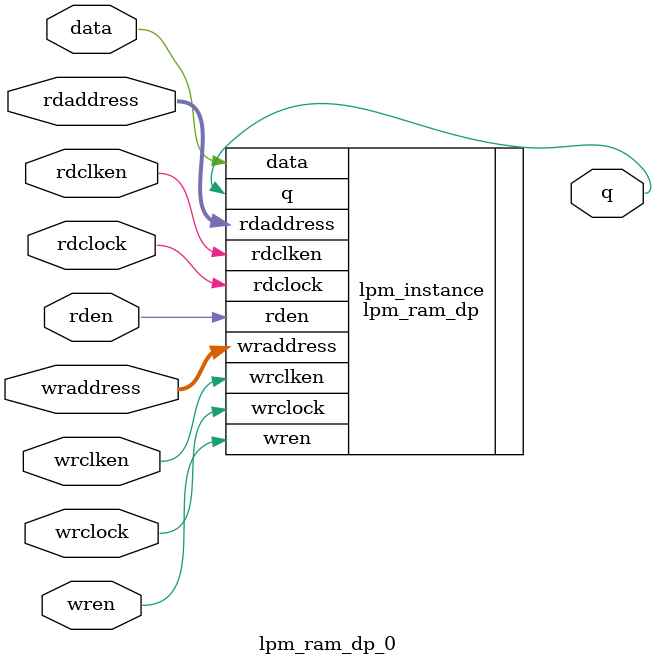
<source format=v>



module lpm_ram_dp_0(rden,rdclock,rdclken,wren,wrclock,wrclken,data,rdaddress,wraddress,q);
input rden;
input rdclock;
input rdclken;
input wren;
input wrclock;
input wrclken;
input [0:0] data;
input [16:0] rdaddress;
input [16:0] wraddress;
output [0:0] q;

lpm_ram_dp	lpm_instance(.rden(rden),.rdclock(rdclock),.rdclken(rdclken),.wren(wren),.wrclock(wrclock),.wrclken(wrclken),.data(data),.rdaddress(rdaddress),.wraddress(wraddress),.q(q));
	defparam	lpm_instance.LPM_INDATA = "REGISTERED";
	defparam	lpm_instance.LPM_NUMWORDS = 131072;
	defparam	lpm_instance.LPM_OUTDATA = "UNREGISTERED";
	defparam	lpm_instance.LPM_RDADDRESS_CONTROL = "REGISTERED";
	defparam	lpm_instance.LPM_WIDTH = 1;
	defparam	lpm_instance.LPM_WIDTHAD = 17;
	defparam	lpm_instance.LPM_WRADDRESS_CONTROL = "REGISTERED";

endmodule

</source>
